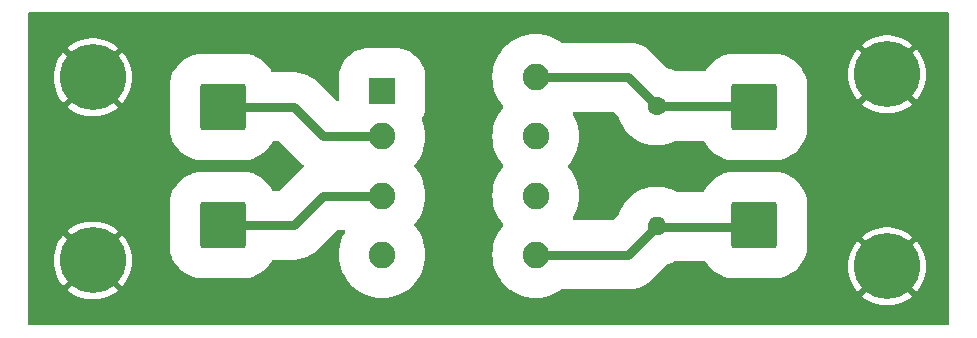
<source format=gbr>
%TF.GenerationSoftware,KiCad,Pcbnew,8.0.6*%
%TF.CreationDate,2025-02-04T11:33:45-08:00*%
%TF.ProjectId,Current_Transformer_test_Board,43757272-656e-4745-9f54-72616e73666f,rev?*%
%TF.SameCoordinates,Original*%
%TF.FileFunction,Copper,L2,Bot*%
%TF.FilePolarity,Positive*%
%FSLAX46Y46*%
G04 Gerber Fmt 4.6, Leading zero omitted, Abs format (unit mm)*
G04 Created by KiCad (PCBNEW 8.0.6) date 2025-02-04 11:33:45*
%MOMM*%
%LPD*%
G01*
G04 APERTURE LIST*
G04 Aperture macros list*
%AMRoundRect*
0 Rectangle with rounded corners*
0 $1 Rounding radius*
0 $2 $3 $4 $5 $6 $7 $8 $9 X,Y pos of 4 corners*
0 Add a 4 corners polygon primitive as box body*
4,1,4,$2,$3,$4,$5,$6,$7,$8,$9,$2,$3,0*
0 Add four circle primitives for the rounded corners*
1,1,$1+$1,$2,$3*
1,1,$1+$1,$4,$5*
1,1,$1+$1,$6,$7*
1,1,$1+$1,$8,$9*
0 Add four rect primitives between the rounded corners*
20,1,$1+$1,$2,$3,$4,$5,0*
20,1,$1+$1,$4,$5,$6,$7,0*
20,1,$1+$1,$6,$7,$8,$9,0*
20,1,$1+$1,$8,$9,$2,$3,0*%
G04 Aperture macros list end*
%TA.AperFunction,ComponentPad*%
%ADD10RoundRect,0.250002X-1.699998X-1.699998X1.699998X-1.699998X1.699998X1.699998X-1.699998X1.699998X0*%
%TD*%
%TA.AperFunction,ComponentPad*%
%ADD11C,3.600000*%
%TD*%
%TA.AperFunction,ConnectorPad*%
%ADD12C,5.600000*%
%TD*%
%TA.AperFunction,ComponentPad*%
%ADD13R,2.250000X2.250000*%
%TD*%
%TA.AperFunction,ComponentPad*%
%ADD14C,2.250000*%
%TD*%
%TA.AperFunction,ComponentPad*%
%ADD15C,1.600000*%
%TD*%
%TA.AperFunction,ComponentPad*%
%ADD16O,1.600000X1.600000*%
%TD*%
%TA.AperFunction,Conductor*%
%ADD17C,0.762000*%
%TD*%
G04 APERTURE END LIST*
D10*
%TO.P,J2,1,Pin_1*%
%TO.N,Net-(J2-Pin_1)*%
X70000000Y-50000000D03*
%TD*%
D11*
%TO.P,H1,1,1*%
%TO.N,GND*%
X59000000Y-37500000D03*
D12*
X59000000Y-37500000D03*
%TD*%
D11*
%TO.P,H2,1,1*%
%TO.N,GND*%
X126250000Y-37250000D03*
D12*
X126250000Y-37250000D03*
%TD*%
D11*
%TO.P,H4,1,1*%
%TO.N,GND*%
X126250000Y-53500000D03*
D12*
X126250000Y-53500000D03*
%TD*%
D10*
%TO.P,J3,1,Pin_1*%
%TO.N,Net-(J3-Pin_1)*%
X115000000Y-40000000D03*
%TD*%
%TO.P,J1,1,Pin_1*%
%TO.N,Net-(J1-Pin_1)*%
X70000000Y-40000000D03*
%TD*%
D13*
%TO.P,T1,1*%
%TO.N,N/C*%
X83500000Y-38690000D03*
D14*
%TO.P,T1,2*%
%TO.N,Net-(J1-Pin_1)*%
X83500000Y-42500000D03*
%TO.P,T1,3*%
%TO.N,Net-(J2-Pin_1)*%
X83500000Y-47500000D03*
%TO.P,T1,4*%
%TO.N,N/C*%
X83500000Y-52500000D03*
%TO.P,T1,5*%
%TO.N,Net-(J4-Pin_1)*%
X96500000Y-52500000D03*
%TO.P,T1,6*%
%TO.N,N/C*%
X96500000Y-47500000D03*
%TO.P,T1,7*%
X96500000Y-42500000D03*
%TO.P,T1,8*%
%TO.N,Net-(J3-Pin_1)*%
X96500000Y-37500000D03*
%TD*%
D11*
%TO.P,H3,1,1*%
%TO.N,GND*%
X59000000Y-53000000D03*
D12*
X59000000Y-53000000D03*
%TD*%
D15*
%TO.P,R1,1*%
%TO.N,Net-(J3-Pin_1)*%
X106750000Y-39920000D03*
D16*
%TO.P,R1,2*%
%TO.N,Net-(J4-Pin_1)*%
X106750000Y-50080000D03*
%TD*%
D10*
%TO.P,J4,1,Pin_1*%
%TO.N,Net-(J4-Pin_1)*%
X115000000Y-50000000D03*
%TD*%
D17*
%TO.N,Net-(J1-Pin_1)*%
X78500000Y-42500000D02*
X83500000Y-42500000D01*
X76000000Y-40000000D02*
X78500000Y-42500000D01*
X70000000Y-40000000D02*
X76000000Y-40000000D01*
%TO.N,Net-(J2-Pin_1)*%
X70000000Y-50000000D02*
X76000000Y-50000000D01*
X78500000Y-47500000D02*
X83500000Y-47500000D01*
X76000000Y-50000000D02*
X78500000Y-47500000D01*
%TO.N,Net-(J3-Pin_1)*%
X114920000Y-39920000D02*
X115000000Y-40000000D01*
X106750000Y-39920000D02*
X114920000Y-39920000D01*
X104330000Y-37500000D02*
X106750000Y-39920000D01*
X96500000Y-37500000D02*
X104330000Y-37500000D01*
%TO.N,Net-(J4-Pin_1)*%
X96500000Y-52500000D02*
X104330000Y-52500000D01*
X114840000Y-50160000D02*
X115000000Y-50000000D01*
X106670000Y-50160000D02*
X114840000Y-50160000D01*
X104330000Y-52500000D02*
X106670000Y-50160000D01*
%TD*%
%TA.AperFunction,Conductor*%
%TO.N,GND*%
G36*
X131442539Y-32020185D02*
G01*
X131488294Y-32072989D01*
X131499500Y-32124500D01*
X131499500Y-58375500D01*
X131479815Y-58442539D01*
X131427011Y-58488294D01*
X131375500Y-58499500D01*
X53624500Y-58499500D01*
X53557461Y-58479815D01*
X53511706Y-58427011D01*
X53500500Y-58375500D01*
X53500500Y-52999997D01*
X55695153Y-52999997D01*
X55695153Y-53000002D01*
X55714526Y-53357314D01*
X55714527Y-53357331D01*
X55772415Y-53710431D01*
X55772421Y-53710457D01*
X55868147Y-54055232D01*
X55868149Y-54055239D01*
X56000597Y-54387659D01*
X56000606Y-54387677D01*
X56168218Y-54703827D01*
X56369024Y-54999994D01*
X56369035Y-55000008D01*
X56496441Y-55150002D01*
X56496442Y-55150002D01*
X57705747Y-53940697D01*
X57779588Y-54042330D01*
X57957670Y-54220412D01*
X58059300Y-54294251D01*
X56847257Y-55506294D01*
X56860495Y-55518836D01*
X57145367Y-55735388D01*
X57145370Y-55735390D01*
X57451990Y-55919876D01*
X57776739Y-56070122D01*
X57776744Y-56070123D01*
X58115855Y-56184383D01*
X58465339Y-56261311D01*
X58821075Y-56299999D01*
X58821085Y-56300000D01*
X59178915Y-56300000D01*
X59178924Y-56299999D01*
X59534660Y-56261311D01*
X59884144Y-56184383D01*
X60223255Y-56070123D01*
X60223260Y-56070122D01*
X60548009Y-55919876D01*
X60854629Y-55735390D01*
X60854632Y-55735388D01*
X61139509Y-55518831D01*
X61152742Y-55506295D01*
X61152742Y-55506294D01*
X59940699Y-54294251D01*
X60042330Y-54220412D01*
X60220412Y-54042330D01*
X60294251Y-53940698D01*
X61503556Y-55150002D01*
X61630972Y-54999998D01*
X61630975Y-54999994D01*
X61831781Y-54703827D01*
X61999393Y-54387677D01*
X61999402Y-54387659D01*
X62131850Y-54055239D01*
X62131852Y-54055232D01*
X62227578Y-53710457D01*
X62227584Y-53710431D01*
X62285472Y-53357331D01*
X62285473Y-53357314D01*
X62304847Y-53000002D01*
X62304847Y-52999997D01*
X62285473Y-52642685D01*
X62285472Y-52642668D01*
X62227584Y-52289568D01*
X62227578Y-52289542D01*
X62131852Y-51944767D01*
X62131850Y-51944760D01*
X61999402Y-51612340D01*
X61999393Y-51612322D01*
X61831781Y-51296172D01*
X61630975Y-51000005D01*
X61630964Y-50999991D01*
X61503556Y-50849996D01*
X60294251Y-52059301D01*
X60220412Y-51957670D01*
X60042330Y-51779588D01*
X59940698Y-51705748D01*
X61152742Y-50493704D01*
X61139504Y-50481163D01*
X60854632Y-50264611D01*
X60854629Y-50264609D01*
X60548009Y-50080123D01*
X60223260Y-49929877D01*
X60223255Y-49929876D01*
X59884144Y-49815616D01*
X59534660Y-49738688D01*
X59178924Y-49700000D01*
X58821075Y-49700000D01*
X58465339Y-49738688D01*
X58115855Y-49815616D01*
X57776744Y-49929876D01*
X57776739Y-49929877D01*
X57451990Y-50080123D01*
X57145370Y-50264609D01*
X57145367Y-50264611D01*
X56860486Y-50481170D01*
X56860485Y-50481171D01*
X56847257Y-50493702D01*
X56847256Y-50493703D01*
X58059301Y-51705748D01*
X57957670Y-51779588D01*
X57779588Y-51957670D01*
X57705748Y-52059301D01*
X56496442Y-50849995D01*
X56496441Y-50849996D01*
X56369033Y-50999992D01*
X56168218Y-51296172D01*
X56000606Y-51612322D01*
X56000597Y-51612340D01*
X55868149Y-51944760D01*
X55868147Y-51944767D01*
X55772421Y-52289542D01*
X55772415Y-52289568D01*
X55714527Y-52642668D01*
X55714526Y-52642685D01*
X55695153Y-52999997D01*
X53500500Y-52999997D01*
X53500500Y-37499997D01*
X55695153Y-37499997D01*
X55695153Y-37500002D01*
X55714526Y-37857314D01*
X55714527Y-37857331D01*
X55772415Y-38210431D01*
X55772421Y-38210457D01*
X55868147Y-38555232D01*
X55868149Y-38555239D01*
X56000597Y-38887659D01*
X56000606Y-38887677D01*
X56168218Y-39203827D01*
X56369024Y-39499994D01*
X56369035Y-39500008D01*
X56496441Y-39650002D01*
X56496442Y-39650002D01*
X57705747Y-38440697D01*
X57779588Y-38542330D01*
X57957670Y-38720412D01*
X58059300Y-38794251D01*
X56847257Y-40006294D01*
X56860495Y-40018836D01*
X57145367Y-40235388D01*
X57145370Y-40235390D01*
X57451990Y-40419876D01*
X57776739Y-40570122D01*
X57776744Y-40570123D01*
X58115855Y-40684383D01*
X58465339Y-40761311D01*
X58821075Y-40799999D01*
X58821085Y-40800000D01*
X59178915Y-40800000D01*
X59178924Y-40799999D01*
X59534660Y-40761311D01*
X59884144Y-40684383D01*
X60223255Y-40570123D01*
X60223260Y-40570122D01*
X60548009Y-40419876D01*
X60854629Y-40235390D01*
X60854632Y-40235388D01*
X61139509Y-40018831D01*
X61152742Y-40006295D01*
X61152742Y-40006294D01*
X59940699Y-38794251D01*
X60042330Y-38720412D01*
X60220412Y-38542330D01*
X60294251Y-38440698D01*
X61503556Y-39650002D01*
X61630972Y-39499998D01*
X61630975Y-39499994D01*
X61831781Y-39203827D01*
X61999393Y-38887677D01*
X61999402Y-38887659D01*
X62131850Y-38555239D01*
X62131852Y-38555232D01*
X62227578Y-38210457D01*
X62227584Y-38210431D01*
X62240572Y-38131208D01*
X65509500Y-38131208D01*
X65509500Y-41868792D01*
X65550192Y-42203919D01*
X65611663Y-42453321D01*
X65630983Y-42531703D01*
X65690622Y-42688956D01*
X65750693Y-42847349D01*
X65750695Y-42847353D01*
X65750696Y-42847355D01*
X65750696Y-42847356D01*
X65907577Y-43146267D01*
X65907582Y-43146275D01*
X66099347Y-43424096D01*
X66099352Y-43424102D01*
X66323211Y-43676786D01*
X66323213Y-43676788D01*
X66575897Y-43900647D01*
X66575903Y-43900652D01*
X66709609Y-43992942D01*
X66853731Y-44092422D01*
X67152651Y-44249307D01*
X67398247Y-44342449D01*
X67468296Y-44369016D01*
X67468298Y-44369016D01*
X67468302Y-44369018D01*
X67796081Y-44449808D01*
X68076428Y-44483848D01*
X68131206Y-44490500D01*
X68131208Y-44490500D01*
X71868794Y-44490500D01*
X71919433Y-44484351D01*
X72203919Y-44449808D01*
X72531698Y-44369018D01*
X72847349Y-44249307D01*
X73146269Y-44092422D01*
X73424099Y-43900650D01*
X73676787Y-43676787D01*
X73900650Y-43424099D01*
X74092422Y-43146269D01*
X74140528Y-43054609D01*
X74175555Y-42987874D01*
X74224140Y-42937661D01*
X74285351Y-42921500D01*
X74738513Y-42921500D01*
X74805552Y-42941185D01*
X74826194Y-42957819D01*
X76550201Y-44681826D01*
X76806751Y-44886417D01*
X76820421Y-44895007D01*
X76866712Y-44947342D01*
X76877359Y-45016395D01*
X76848984Y-45080244D01*
X76820421Y-45104993D01*
X76806751Y-45113582D01*
X76550201Y-45318173D01*
X74826194Y-47042181D01*
X74764871Y-47075666D01*
X74738513Y-47078500D01*
X74285351Y-47078500D01*
X74218312Y-47058815D01*
X74175555Y-47012126D01*
X74093893Y-46856534D01*
X74092422Y-46853731D01*
X73970938Y-46677732D01*
X73900652Y-46575903D01*
X73900647Y-46575897D01*
X73676788Y-46323213D01*
X73676786Y-46323211D01*
X73424102Y-46099352D01*
X73424096Y-46099347D01*
X73146275Y-45907582D01*
X73146267Y-45907577D01*
X72847356Y-45750696D01*
X72847351Y-45750694D01*
X72847349Y-45750693D01*
X72759577Y-45717405D01*
X72531703Y-45630983D01*
X72453321Y-45611663D01*
X72203919Y-45550192D01*
X72002842Y-45525776D01*
X71868794Y-45509500D01*
X71868792Y-45509500D01*
X68131208Y-45509500D01*
X68131206Y-45509500D01*
X67963644Y-45529846D01*
X67796081Y-45550192D01*
X67629812Y-45591173D01*
X67468296Y-45630983D01*
X67219882Y-45725195D01*
X67152651Y-45750693D01*
X67152648Y-45750694D01*
X67152644Y-45750696D01*
X67152643Y-45750696D01*
X66853732Y-45907577D01*
X66853724Y-45907582D01*
X66575903Y-46099347D01*
X66575897Y-46099352D01*
X66323213Y-46323211D01*
X66323211Y-46323213D01*
X66099352Y-46575897D01*
X66099347Y-46575903D01*
X65907582Y-46853724D01*
X65907577Y-46853732D01*
X65750696Y-47152643D01*
X65750696Y-47152644D01*
X65630983Y-47468296D01*
X65630982Y-47468302D01*
X65550192Y-47796081D01*
X65509500Y-48131208D01*
X65509500Y-51868792D01*
X65550192Y-52203919D01*
X65571303Y-52289568D01*
X65630983Y-52531703D01*
X65673067Y-52642668D01*
X65750693Y-52847349D01*
X65750695Y-52847353D01*
X65750696Y-52847355D01*
X65750696Y-52847356D01*
X65907577Y-53146267D01*
X65907582Y-53146275D01*
X66099347Y-53424096D01*
X66099352Y-53424102D01*
X66323211Y-53676786D01*
X66323213Y-53676788D01*
X66575897Y-53900647D01*
X66575903Y-53900652D01*
X66709609Y-53992942D01*
X66853731Y-54092422D01*
X67152651Y-54249307D01*
X67388052Y-54338583D01*
X67468296Y-54369016D01*
X67468298Y-54369016D01*
X67468302Y-54369018D01*
X67796081Y-54449808D01*
X68076428Y-54483848D01*
X68131206Y-54490500D01*
X68131208Y-54490500D01*
X71868794Y-54490500D01*
X71919433Y-54484351D01*
X72203919Y-54449808D01*
X72531698Y-54369018D01*
X72847349Y-54249307D01*
X73146269Y-54092422D01*
X73424099Y-53900650D01*
X73676787Y-53676787D01*
X73900650Y-53424099D01*
X74092422Y-53146269D01*
X74140528Y-53054609D01*
X74175555Y-52987874D01*
X74224140Y-52937661D01*
X74285351Y-52921500D01*
X76164072Y-52921500D01*
X76164072Y-52921499D01*
X76490140Y-52884760D01*
X76810050Y-52811743D01*
X77119771Y-52703367D01*
X77415411Y-52560994D01*
X77693252Y-52386415D01*
X77949799Y-52181826D01*
X79673806Y-50457819D01*
X79735129Y-50424334D01*
X79761487Y-50421500D01*
X80250807Y-50421500D01*
X80317846Y-50441185D01*
X80363601Y-50493989D01*
X80373545Y-50563147D01*
X80354802Y-50613036D01*
X80321227Y-50664735D01*
X80146805Y-51007057D01*
X80009121Y-51365736D01*
X79909679Y-51736857D01*
X79909679Y-51736859D01*
X79849578Y-52116323D01*
X79829470Y-52499999D01*
X79829470Y-52500000D01*
X79849578Y-52883676D01*
X79909679Y-53263140D01*
X79909679Y-53263142D01*
X80009121Y-53634263D01*
X80146805Y-53992942D01*
X80321230Y-54335269D01*
X80530477Y-54657481D01*
X80581438Y-54720412D01*
X80772265Y-54956064D01*
X81043936Y-55227735D01*
X81043940Y-55227738D01*
X81342518Y-55469522D01*
X81418455Y-55518836D01*
X81664735Y-55678772D01*
X82007061Y-55853196D01*
X82365744Y-55990881D01*
X82736854Y-56090320D01*
X83116325Y-56150422D01*
X83478778Y-56169417D01*
X83499999Y-56170530D01*
X83500000Y-56170530D01*
X83500001Y-56170530D01*
X83520109Y-56169476D01*
X83883675Y-56150422D01*
X84263146Y-56090320D01*
X84634256Y-55990881D01*
X84992939Y-55853196D01*
X85335265Y-55678772D01*
X85657483Y-55469521D01*
X85956064Y-55227735D01*
X86227735Y-54956064D01*
X86469521Y-54657483D01*
X86678772Y-54335265D01*
X86853196Y-53992939D01*
X86990881Y-53634256D01*
X87090320Y-53263146D01*
X87150422Y-52883675D01*
X87170530Y-52500000D01*
X87150422Y-52116325D01*
X87090320Y-51736854D01*
X86990881Y-51365744D01*
X86853196Y-51007061D01*
X86678772Y-50664735D01*
X86678769Y-50664730D01*
X86469522Y-50342518D01*
X86354113Y-50200000D01*
X86255347Y-50078034D01*
X86228456Y-50013549D01*
X86240698Y-49944760D01*
X86255345Y-49921967D01*
X86469521Y-49657483D01*
X86678772Y-49335265D01*
X86853196Y-48992939D01*
X86990881Y-48634256D01*
X87090320Y-48263146D01*
X87150422Y-47883675D01*
X87170530Y-47500000D01*
X87150422Y-47116325D01*
X87090320Y-46736854D01*
X86990881Y-46365744D01*
X86853196Y-46007061D01*
X86678772Y-45664735D01*
X86469521Y-45342517D01*
X86449808Y-45318174D01*
X86419307Y-45280508D01*
X86255347Y-45078034D01*
X86228456Y-45013549D01*
X86240698Y-44944760D01*
X86255345Y-44921967D01*
X86469521Y-44657483D01*
X86678772Y-44335265D01*
X86853196Y-43992939D01*
X86990881Y-43634256D01*
X87090320Y-43263146D01*
X87150422Y-42883675D01*
X87170530Y-42500000D01*
X87150422Y-42116325D01*
X87090320Y-41736854D01*
X86990881Y-41365744D01*
X86881897Y-41081832D01*
X86876250Y-41012192D01*
X86890935Y-40974266D01*
X86893076Y-40970646D01*
X86893075Y-40970646D01*
X86893078Y-40970643D01*
X87020034Y-40677265D01*
X87109219Y-40370289D01*
X87109220Y-40370286D01*
X87159226Y-40054557D01*
X87159226Y-40054552D01*
X87165500Y-39921518D01*
X87165500Y-37500000D01*
X92829470Y-37500000D01*
X92849578Y-37883675D01*
X92909680Y-38263146D01*
X92984487Y-38542330D01*
X93009121Y-38634263D01*
X93146805Y-38992942D01*
X93321230Y-39335269D01*
X93530477Y-39657481D01*
X93744651Y-39921964D01*
X93771543Y-39986452D01*
X93759301Y-40055241D01*
X93744651Y-40078036D01*
X93530477Y-40342518D01*
X93321230Y-40664730D01*
X93146805Y-41007057D01*
X93009121Y-41365736D01*
X92909679Y-41736857D01*
X92909679Y-41736859D01*
X92849578Y-42116323D01*
X92829470Y-42499999D01*
X92829470Y-42500000D01*
X92849578Y-42883676D01*
X92909679Y-43263140D01*
X92909679Y-43263142D01*
X93009121Y-43634263D01*
X93146805Y-43992942D01*
X93321230Y-44335269D01*
X93530477Y-44657481D01*
X93744651Y-44921964D01*
X93771543Y-44986452D01*
X93759301Y-45055241D01*
X93744651Y-45078036D01*
X93530477Y-45342518D01*
X93321230Y-45664730D01*
X93146805Y-46007057D01*
X93009121Y-46365736D01*
X92909679Y-46736857D01*
X92909679Y-46736859D01*
X92849578Y-47116323D01*
X92829470Y-47499999D01*
X92829470Y-47500000D01*
X92849578Y-47883676D01*
X92909679Y-48263140D01*
X92909679Y-48263142D01*
X93009121Y-48634263D01*
X93146805Y-48992942D01*
X93321230Y-49335269D01*
X93530477Y-49657481D01*
X93744651Y-49921964D01*
X93771543Y-49986452D01*
X93759301Y-50055241D01*
X93744651Y-50078036D01*
X93530477Y-50342518D01*
X93321230Y-50664730D01*
X93146805Y-51007057D01*
X93009121Y-51365736D01*
X92909679Y-51736857D01*
X92909679Y-51736859D01*
X92849578Y-52116323D01*
X92829470Y-52499999D01*
X92829470Y-52500000D01*
X92849578Y-52883676D01*
X92909679Y-53263140D01*
X92909679Y-53263142D01*
X93009121Y-53634263D01*
X93146805Y-53992942D01*
X93321230Y-54335269D01*
X93530477Y-54657481D01*
X93581438Y-54720412D01*
X93772265Y-54956064D01*
X94043936Y-55227735D01*
X94043940Y-55227738D01*
X94342518Y-55469522D01*
X94418455Y-55518836D01*
X94664735Y-55678772D01*
X95007061Y-55853196D01*
X95365744Y-55990881D01*
X95736854Y-56090320D01*
X96116325Y-56150422D01*
X96478778Y-56169417D01*
X96499999Y-56170530D01*
X96500000Y-56170530D01*
X96500001Y-56170530D01*
X96520109Y-56169476D01*
X96883675Y-56150422D01*
X97263146Y-56090320D01*
X97634256Y-55990881D01*
X97992939Y-55853196D01*
X98335265Y-55678772D01*
X98657483Y-55469521D01*
X98682659Y-55449134D01*
X98747147Y-55422242D01*
X98760695Y-55421500D01*
X104494072Y-55421500D01*
X104494072Y-55421499D01*
X104820140Y-55384760D01*
X105140050Y-55311743D01*
X105449771Y-55203367D01*
X105745411Y-55060994D01*
X106023252Y-54886415D01*
X106279799Y-54681826D01*
X107644302Y-53317321D01*
X107692386Y-53287495D01*
X107988262Y-53187804D01*
X108193261Y-53092960D01*
X108245328Y-53081500D01*
X110798623Y-53081500D01*
X110865662Y-53101185D01*
X110904595Y-53143689D01*
X110905637Y-53143060D01*
X110907571Y-53146260D01*
X111099347Y-53424096D01*
X111099352Y-53424102D01*
X111323211Y-53676786D01*
X111323213Y-53676788D01*
X111575897Y-53900647D01*
X111575903Y-53900652D01*
X111709609Y-53992942D01*
X111853731Y-54092422D01*
X112152651Y-54249307D01*
X112388052Y-54338583D01*
X112468296Y-54369016D01*
X112468298Y-54369016D01*
X112468302Y-54369018D01*
X112796081Y-54449808D01*
X113076428Y-54483848D01*
X113131206Y-54490500D01*
X113131208Y-54490500D01*
X116868794Y-54490500D01*
X116919433Y-54484351D01*
X117203919Y-54449808D01*
X117531698Y-54369018D01*
X117847349Y-54249307D01*
X118146269Y-54092422D01*
X118424099Y-53900650D01*
X118676787Y-53676787D01*
X118833410Y-53499997D01*
X122945153Y-53499997D01*
X122945153Y-53500002D01*
X122964526Y-53857314D01*
X122964527Y-53857331D01*
X123022415Y-54210431D01*
X123022421Y-54210457D01*
X123118147Y-54555232D01*
X123118149Y-54555239D01*
X123250597Y-54887659D01*
X123250606Y-54887677D01*
X123418218Y-55203827D01*
X123619024Y-55499994D01*
X123619035Y-55500008D01*
X123746441Y-55650002D01*
X123746442Y-55650002D01*
X124955747Y-54440697D01*
X125029588Y-54542330D01*
X125207670Y-54720412D01*
X125309300Y-54794251D01*
X124097257Y-56006294D01*
X124110495Y-56018836D01*
X124395367Y-56235388D01*
X124395370Y-56235390D01*
X124701990Y-56419876D01*
X125026739Y-56570122D01*
X125026744Y-56570123D01*
X125365855Y-56684383D01*
X125715339Y-56761311D01*
X126071075Y-56799999D01*
X126071085Y-56800000D01*
X126428915Y-56800000D01*
X126428924Y-56799999D01*
X126784660Y-56761311D01*
X127134144Y-56684383D01*
X127473255Y-56570123D01*
X127473260Y-56570122D01*
X127798009Y-56419876D01*
X128104629Y-56235390D01*
X128104632Y-56235388D01*
X128389509Y-56018831D01*
X128402742Y-56006295D01*
X128402742Y-56006294D01*
X127190699Y-54794251D01*
X127292330Y-54720412D01*
X127470412Y-54542330D01*
X127544251Y-54440698D01*
X128753556Y-55650002D01*
X128880972Y-55499998D01*
X128880975Y-55499994D01*
X129081781Y-55203827D01*
X129249393Y-54887677D01*
X129249402Y-54887659D01*
X129381850Y-54555239D01*
X129381852Y-54555232D01*
X129477578Y-54210457D01*
X129477584Y-54210431D01*
X129535472Y-53857331D01*
X129535473Y-53857314D01*
X129554847Y-53500002D01*
X129554847Y-53499997D01*
X129535473Y-53142685D01*
X129535472Y-53142668D01*
X129477584Y-52789568D01*
X129477578Y-52789542D01*
X129381852Y-52444767D01*
X129381850Y-52444760D01*
X129249402Y-52112340D01*
X129249393Y-52112322D01*
X129081781Y-51796172D01*
X128880975Y-51500005D01*
X128880964Y-51499991D01*
X128753556Y-51349996D01*
X127544251Y-52559301D01*
X127470412Y-52457670D01*
X127292330Y-52279588D01*
X127190698Y-52205748D01*
X128402742Y-50993704D01*
X128389504Y-50981163D01*
X128104632Y-50764611D01*
X128104629Y-50764609D01*
X127798009Y-50580123D01*
X127473260Y-50429877D01*
X127473255Y-50429876D01*
X127134144Y-50315616D01*
X126784660Y-50238688D01*
X126428924Y-50200000D01*
X126071075Y-50200000D01*
X125715339Y-50238688D01*
X125365855Y-50315616D01*
X125026744Y-50429876D01*
X125026739Y-50429877D01*
X124701990Y-50580123D01*
X124395370Y-50764609D01*
X124395367Y-50764611D01*
X124110486Y-50981170D01*
X124110485Y-50981171D01*
X124097257Y-50993702D01*
X124097256Y-50993703D01*
X125309301Y-52205748D01*
X125207670Y-52279588D01*
X125029588Y-52457670D01*
X124955748Y-52559301D01*
X123746442Y-51349995D01*
X123746441Y-51349996D01*
X123619033Y-51499992D01*
X123418218Y-51796172D01*
X123250606Y-52112322D01*
X123250597Y-52112340D01*
X123118149Y-52444760D01*
X123118147Y-52444767D01*
X123022421Y-52789542D01*
X123022415Y-52789568D01*
X122964527Y-53142668D01*
X122964526Y-53142685D01*
X122945153Y-53499997D01*
X118833410Y-53499997D01*
X118900650Y-53424099D01*
X119092422Y-53146269D01*
X119249307Y-52847349D01*
X119369018Y-52531698D01*
X119449808Y-52203919D01*
X119490500Y-51868792D01*
X119490500Y-48131208D01*
X119449808Y-47796081D01*
X119369018Y-47468302D01*
X119249307Y-47152651D01*
X119092422Y-46853731D01*
X119011748Y-46736854D01*
X118900652Y-46575903D01*
X118900647Y-46575897D01*
X118676788Y-46323213D01*
X118676786Y-46323211D01*
X118424102Y-46099352D01*
X118424096Y-46099347D01*
X118146275Y-45907582D01*
X118146267Y-45907577D01*
X117847356Y-45750696D01*
X117847351Y-45750694D01*
X117847349Y-45750693D01*
X117759577Y-45717405D01*
X117531703Y-45630983D01*
X117453321Y-45611663D01*
X117203919Y-45550192D01*
X117002842Y-45525776D01*
X116868794Y-45509500D01*
X116868792Y-45509500D01*
X113131208Y-45509500D01*
X113131206Y-45509500D01*
X112963644Y-45529846D01*
X112796081Y-45550192D01*
X112629812Y-45591173D01*
X112468296Y-45630983D01*
X112219882Y-45725195D01*
X112152651Y-45750693D01*
X112152648Y-45750694D01*
X112152644Y-45750696D01*
X112152643Y-45750696D01*
X111853732Y-45907577D01*
X111853724Y-45907582D01*
X111575903Y-46099347D01*
X111575897Y-46099352D01*
X111323213Y-46323211D01*
X111323211Y-46323213D01*
X111099352Y-46575897D01*
X111099347Y-46575903D01*
X110907582Y-46853724D01*
X110907577Y-46853732D01*
X110750696Y-47152643D01*
X110748485Y-47158474D01*
X110706306Y-47214175D01*
X110640708Y-47238231D01*
X110632544Y-47238500D01*
X108541256Y-47238500D01*
X108477329Y-47220750D01*
X108317016Y-47124294D01*
X108317015Y-47124293D01*
X108317011Y-47124291D01*
X108317007Y-47124289D01*
X107988272Y-46972200D01*
X107988267Y-46972198D01*
X107988262Y-46972196D01*
X107820938Y-46915817D01*
X107644990Y-46856533D01*
X107291224Y-46778664D01*
X106931118Y-46739500D01*
X106931117Y-46739500D01*
X106568883Y-46739500D01*
X106568881Y-46739500D01*
X106208775Y-46778664D01*
X105855009Y-46856533D01*
X105589650Y-46945944D01*
X105511738Y-46972196D01*
X105511735Y-46972197D01*
X105511727Y-46972200D01*
X105182992Y-47124289D01*
X104872608Y-47311039D01*
X104872605Y-47311041D01*
X104584239Y-47530250D01*
X104584230Y-47530258D01*
X104321247Y-47779368D01*
X104321242Y-47779374D01*
X104086751Y-48055438D01*
X104086743Y-48055448D01*
X103883469Y-48355254D01*
X103883468Y-48355257D01*
X103713796Y-48675291D01*
X103713787Y-48675309D01*
X103579720Y-49011792D01*
X103579714Y-49011810D01*
X103547372Y-49128294D01*
X103515573Y-49182800D01*
X103156194Y-49542181D01*
X103094871Y-49575666D01*
X103068513Y-49578500D01*
X99749193Y-49578500D01*
X99682154Y-49558815D01*
X99636399Y-49506011D01*
X99626455Y-49436853D01*
X99645198Y-49386964D01*
X99678769Y-49335269D01*
X99678772Y-49335265D01*
X99853196Y-48992939D01*
X99990881Y-48634256D01*
X100090320Y-48263146D01*
X100150422Y-47883675D01*
X100170530Y-47500000D01*
X100150422Y-47116325D01*
X100090320Y-46736854D01*
X99990881Y-46365744D01*
X99853196Y-46007061D01*
X99678772Y-45664735D01*
X99469521Y-45342517D01*
X99449808Y-45318174D01*
X99419307Y-45280508D01*
X99255347Y-45078034D01*
X99228456Y-45013549D01*
X99240698Y-44944760D01*
X99255345Y-44921967D01*
X99469521Y-44657483D01*
X99678772Y-44335265D01*
X99853196Y-43992939D01*
X99990881Y-43634256D01*
X100090320Y-43263146D01*
X100150422Y-42883675D01*
X100170530Y-42500000D01*
X100150422Y-42116325D01*
X100090320Y-41736854D01*
X99990881Y-41365744D01*
X99853196Y-41007061D01*
X99678772Y-40664735D01*
X99645197Y-40613035D01*
X99625194Y-40546091D01*
X99644559Y-40478958D01*
X99697145Y-40432952D01*
X99749193Y-40421500D01*
X103068513Y-40421500D01*
X103135552Y-40441185D01*
X103156194Y-40457819D01*
X103515573Y-40817198D01*
X103547372Y-40871706D01*
X103579711Y-40988182D01*
X103579713Y-40988189D01*
X103713787Y-41324690D01*
X103713796Y-41324708D01*
X103883468Y-41644742D01*
X103883469Y-41644745D01*
X104086743Y-41944551D01*
X104086751Y-41944561D01*
X104307052Y-42203919D01*
X104321250Y-42220634D01*
X104584230Y-42469742D01*
X104872601Y-42688956D01*
X105182984Y-42875706D01*
X105182989Y-42875708D01*
X105182992Y-42875710D01*
X105316897Y-42937661D01*
X105511738Y-43027804D01*
X105855009Y-43143466D01*
X106208774Y-43221335D01*
X106568883Y-43260500D01*
X106568888Y-43260500D01*
X106931112Y-43260500D01*
X106931117Y-43260500D01*
X107291226Y-43221335D01*
X107644991Y-43143466D01*
X107988262Y-43027804D01*
X108317016Y-42875706D01*
X108344368Y-42859248D01*
X108408295Y-42841500D01*
X110672663Y-42841500D01*
X110739702Y-42861185D01*
X110782457Y-42907871D01*
X110907578Y-43146269D01*
X110907581Y-43146273D01*
X110907583Y-43146277D01*
X111099347Y-43424096D01*
X111099352Y-43424102D01*
X111323211Y-43676786D01*
X111323213Y-43676788D01*
X111575897Y-43900647D01*
X111575903Y-43900652D01*
X111709609Y-43992942D01*
X111853731Y-44092422D01*
X112152651Y-44249307D01*
X112398247Y-44342449D01*
X112468296Y-44369016D01*
X112468298Y-44369016D01*
X112468302Y-44369018D01*
X112796081Y-44449808D01*
X113076428Y-44483848D01*
X113131206Y-44490500D01*
X113131208Y-44490500D01*
X116868794Y-44490500D01*
X116919433Y-44484351D01*
X117203919Y-44449808D01*
X117531698Y-44369018D01*
X117847349Y-44249307D01*
X118146269Y-44092422D01*
X118424099Y-43900650D01*
X118676787Y-43676787D01*
X118900650Y-43424099D01*
X119092422Y-43146269D01*
X119249307Y-42847349D01*
X119369018Y-42531698D01*
X119449808Y-42203919D01*
X119490500Y-41868792D01*
X119490500Y-38131208D01*
X119488433Y-38114187D01*
X119469767Y-37960457D01*
X119449808Y-37796081D01*
X119369018Y-37468302D01*
X119365293Y-37458481D01*
X119314838Y-37325442D01*
X119286225Y-37249997D01*
X122945153Y-37249997D01*
X122945153Y-37250002D01*
X122964526Y-37607314D01*
X122964527Y-37607331D01*
X123022415Y-37960431D01*
X123022421Y-37960457D01*
X123118147Y-38305232D01*
X123118149Y-38305239D01*
X123250597Y-38637659D01*
X123250606Y-38637677D01*
X123418218Y-38953827D01*
X123619024Y-39249994D01*
X123619035Y-39250008D01*
X123746441Y-39400002D01*
X123746442Y-39400002D01*
X124955747Y-38190697D01*
X125029588Y-38292330D01*
X125207670Y-38470412D01*
X125309300Y-38544251D01*
X124097257Y-39756294D01*
X124110495Y-39768836D01*
X124395367Y-39985388D01*
X124395370Y-39985390D01*
X124701990Y-40169876D01*
X125026739Y-40320122D01*
X125026744Y-40320123D01*
X125365855Y-40434383D01*
X125715339Y-40511311D01*
X126071075Y-40549999D01*
X126071085Y-40550000D01*
X126428915Y-40550000D01*
X126428924Y-40549999D01*
X126784660Y-40511311D01*
X127134144Y-40434383D01*
X127473255Y-40320123D01*
X127473260Y-40320122D01*
X127798009Y-40169876D01*
X128104629Y-39985390D01*
X128104632Y-39985388D01*
X128389509Y-39768831D01*
X128402742Y-39756295D01*
X128402742Y-39756294D01*
X127190699Y-38544251D01*
X127292330Y-38470412D01*
X127470412Y-38292330D01*
X127544251Y-38190698D01*
X128753556Y-39400002D01*
X128880972Y-39249998D01*
X128880975Y-39249994D01*
X129081781Y-38953827D01*
X129249393Y-38637677D01*
X129249402Y-38637659D01*
X129381850Y-38305239D01*
X129381852Y-38305232D01*
X129477578Y-37960457D01*
X129477584Y-37960431D01*
X129535472Y-37607331D01*
X129535473Y-37607314D01*
X129554847Y-37250002D01*
X129554847Y-37249997D01*
X129535473Y-36892685D01*
X129535472Y-36892668D01*
X129477584Y-36539568D01*
X129477578Y-36539542D01*
X129381852Y-36194767D01*
X129381850Y-36194760D01*
X129249402Y-35862340D01*
X129249393Y-35862322D01*
X129081781Y-35546172D01*
X128880975Y-35250005D01*
X128880964Y-35249991D01*
X128753556Y-35099996D01*
X127544251Y-36309301D01*
X127470412Y-36207670D01*
X127292330Y-36029588D01*
X127190698Y-35955748D01*
X128402742Y-34743704D01*
X128389504Y-34731163D01*
X128104632Y-34514611D01*
X128104629Y-34514609D01*
X127798009Y-34330123D01*
X127473260Y-34179877D01*
X127473255Y-34179876D01*
X127134144Y-34065616D01*
X126784660Y-33988688D01*
X126428924Y-33950000D01*
X126071075Y-33950000D01*
X125715339Y-33988688D01*
X125365855Y-34065616D01*
X125026744Y-34179876D01*
X125026739Y-34179877D01*
X124701990Y-34330123D01*
X124395370Y-34514609D01*
X124395367Y-34514611D01*
X124110486Y-34731170D01*
X124110485Y-34731171D01*
X124097257Y-34743702D01*
X124097256Y-34743703D01*
X125309301Y-35955748D01*
X125207670Y-36029588D01*
X125029588Y-36207670D01*
X124955748Y-36309301D01*
X123746442Y-35099995D01*
X123746441Y-35099996D01*
X123619033Y-35249992D01*
X123418218Y-35546172D01*
X123250606Y-35862322D01*
X123250597Y-35862340D01*
X123118149Y-36194760D01*
X123118147Y-36194767D01*
X123022421Y-36539542D01*
X123022415Y-36539568D01*
X122964527Y-36892668D01*
X122964526Y-36892685D01*
X122945153Y-37249997D01*
X119286225Y-37249997D01*
X119249307Y-37152651D01*
X119246050Y-37146446D01*
X119175554Y-37012126D01*
X119092422Y-36853731D01*
X119011748Y-36736854D01*
X118900652Y-36575903D01*
X118900647Y-36575897D01*
X118676788Y-36323213D01*
X118676786Y-36323211D01*
X118424102Y-36099352D01*
X118424096Y-36099347D01*
X118146275Y-35907582D01*
X118146267Y-35907577D01*
X117847356Y-35750696D01*
X117847351Y-35750694D01*
X117847349Y-35750693D01*
X117759577Y-35717405D01*
X117531703Y-35630983D01*
X117453321Y-35611663D01*
X117203919Y-35550192D01*
X117002842Y-35525776D01*
X116868794Y-35509500D01*
X116868792Y-35509500D01*
X113131208Y-35509500D01*
X113131206Y-35509500D01*
X112963644Y-35529846D01*
X112796081Y-35550192D01*
X112629812Y-35591173D01*
X112468296Y-35630983D01*
X112219882Y-35725195D01*
X112152651Y-35750693D01*
X112152648Y-35750694D01*
X112152644Y-35750696D01*
X112152643Y-35750696D01*
X111853732Y-35907577D01*
X111853724Y-35907582D01*
X111575903Y-36099347D01*
X111575897Y-36099352D01*
X111323213Y-36323211D01*
X111323211Y-36323213D01*
X111099352Y-36575897D01*
X111099347Y-36575903D01*
X110907582Y-36853724D01*
X110907578Y-36853730D01*
X110907578Y-36853731D01*
X110907577Y-36853733D01*
X110866433Y-36932126D01*
X110817849Y-36982338D01*
X110756637Y-36998500D01*
X108408295Y-36998500D01*
X108344368Y-36980751D01*
X108317016Y-36964294D01*
X108317013Y-36964292D01*
X108317007Y-36964289D01*
X107988272Y-36812200D01*
X107988267Y-36812198D01*
X107988262Y-36812196D01*
X107800774Y-36749023D01*
X107692387Y-36712503D01*
X107644300Y-36682675D01*
X106279798Y-35318173D01*
X106194300Y-35249991D01*
X106023252Y-35113585D01*
X105745411Y-34939006D01*
X105745408Y-34939004D01*
X105449774Y-34796634D01*
X105140061Y-34688260D01*
X105140049Y-34688256D01*
X104820143Y-34615240D01*
X104820127Y-34615238D01*
X104494072Y-34578500D01*
X104494068Y-34578500D01*
X98760695Y-34578500D01*
X98693656Y-34558815D01*
X98682659Y-34550866D01*
X98657481Y-34530477D01*
X98335269Y-34321230D01*
X97992942Y-34146805D01*
X97634263Y-34009121D01*
X97634256Y-34009119D01*
X97263146Y-33909680D01*
X97263142Y-33909679D01*
X97263141Y-33909679D01*
X96883676Y-33849578D01*
X96500001Y-33829470D01*
X96499999Y-33829470D01*
X96116323Y-33849578D01*
X95736859Y-33909679D01*
X95736857Y-33909679D01*
X95365736Y-34009121D01*
X95007057Y-34146805D01*
X94664730Y-34321230D01*
X94342518Y-34530477D01*
X94043940Y-34772261D01*
X94043932Y-34772268D01*
X93772268Y-35043932D01*
X93772261Y-35043940D01*
X93530477Y-35342518D01*
X93321230Y-35664730D01*
X93146805Y-36007057D01*
X93009121Y-36365736D01*
X92909679Y-36736857D01*
X92909679Y-36736859D01*
X92849578Y-37116323D01*
X92847674Y-37152651D01*
X92829470Y-37500000D01*
X87165500Y-37500000D01*
X87165500Y-37458481D01*
X87159226Y-37325447D01*
X87159226Y-37325442D01*
X87109220Y-37009713D01*
X87109218Y-37009705D01*
X87029947Y-36736857D01*
X87020034Y-36702735D01*
X86893078Y-36409357D01*
X86893077Y-36409355D01*
X86893075Y-36409351D01*
X86730351Y-36134201D01*
X86730346Y-36134194D01*
X86534426Y-35881615D01*
X86308384Y-35655573D01*
X86055805Y-35459653D01*
X86055798Y-35459648D01*
X85780648Y-35296924D01*
X85780644Y-35296922D01*
X85487260Y-35169964D01*
X85180294Y-35080781D01*
X85180286Y-35080779D01*
X84864554Y-35030773D01*
X84731518Y-35024500D01*
X84731514Y-35024500D01*
X82268486Y-35024500D01*
X82268482Y-35024500D01*
X82135447Y-35030773D01*
X82135442Y-35030773D01*
X81819713Y-35080779D01*
X81819705Y-35080781D01*
X81512739Y-35169964D01*
X81219355Y-35296922D01*
X81219351Y-35296924D01*
X80944201Y-35459648D01*
X80944194Y-35459653D01*
X80691615Y-35655573D01*
X80691615Y-35655574D01*
X80465574Y-35881615D01*
X80465573Y-35881615D01*
X80269653Y-36134194D01*
X80269648Y-36134201D01*
X80106924Y-36409351D01*
X80106922Y-36409355D01*
X79979964Y-36702739D01*
X79890781Y-37009705D01*
X79890779Y-37009713D01*
X79840773Y-37325442D01*
X79840773Y-37325447D01*
X79834500Y-37458481D01*
X79834500Y-39403513D01*
X79814815Y-39470552D01*
X79762011Y-39516307D01*
X79692853Y-39526251D01*
X79629297Y-39497226D01*
X79622819Y-39491194D01*
X77949798Y-37818173D01*
X77708723Y-37625923D01*
X77693252Y-37613585D01*
X77415411Y-37439006D01*
X77415408Y-37439004D01*
X77119774Y-37296634D01*
X76810061Y-37188260D01*
X76810049Y-37188256D01*
X76490143Y-37115240D01*
X76490127Y-37115238D01*
X76164072Y-37078500D01*
X76164068Y-37078500D01*
X74285351Y-37078500D01*
X74218312Y-37058815D01*
X74175555Y-37012126D01*
X74127159Y-36919916D01*
X74092422Y-36853731D01*
X73942004Y-36635813D01*
X73900652Y-36575903D01*
X73900647Y-36575897D01*
X73676788Y-36323213D01*
X73676786Y-36323211D01*
X73424102Y-36099352D01*
X73424096Y-36099347D01*
X73146275Y-35907582D01*
X73146267Y-35907577D01*
X72847356Y-35750696D01*
X72847351Y-35750694D01*
X72847349Y-35750693D01*
X72759577Y-35717405D01*
X72531703Y-35630983D01*
X72453321Y-35611663D01*
X72203919Y-35550192D01*
X72002842Y-35525776D01*
X71868794Y-35509500D01*
X71868792Y-35509500D01*
X68131208Y-35509500D01*
X68131206Y-35509500D01*
X67963644Y-35529846D01*
X67796081Y-35550192D01*
X67629812Y-35591173D01*
X67468296Y-35630983D01*
X67219882Y-35725195D01*
X67152651Y-35750693D01*
X67152648Y-35750694D01*
X67152644Y-35750696D01*
X67152643Y-35750696D01*
X66853732Y-35907577D01*
X66853724Y-35907582D01*
X66575903Y-36099347D01*
X66575897Y-36099352D01*
X66323213Y-36323211D01*
X66323211Y-36323213D01*
X66099352Y-36575897D01*
X66099347Y-36575903D01*
X65907582Y-36853724D01*
X65907577Y-36853732D01*
X65750696Y-37152643D01*
X65750696Y-37152644D01*
X65750694Y-37152648D01*
X65750693Y-37152651D01*
X65737188Y-37188260D01*
X65630983Y-37468296D01*
X65595173Y-37613584D01*
X65550192Y-37796081D01*
X65540650Y-37874668D01*
X65511567Y-38114187D01*
X65509500Y-38131208D01*
X62240572Y-38131208D01*
X62285472Y-37857331D01*
X62285473Y-37857314D01*
X62304847Y-37500002D01*
X62304847Y-37499997D01*
X62285473Y-37142685D01*
X62285472Y-37142668D01*
X62227584Y-36789568D01*
X62227578Y-36789542D01*
X62131852Y-36444767D01*
X62131850Y-36444760D01*
X61999402Y-36112340D01*
X61999393Y-36112322D01*
X61831781Y-35796172D01*
X61630975Y-35500005D01*
X61630964Y-35499991D01*
X61503556Y-35349996D01*
X60294251Y-36559301D01*
X60220412Y-36457670D01*
X60042330Y-36279588D01*
X59940698Y-36205748D01*
X61152742Y-34993704D01*
X61139504Y-34981163D01*
X60854632Y-34764611D01*
X60854629Y-34764609D01*
X60548009Y-34580123D01*
X60223260Y-34429877D01*
X60223255Y-34429876D01*
X59884144Y-34315616D01*
X59534660Y-34238688D01*
X59178924Y-34200000D01*
X58821075Y-34200000D01*
X58465339Y-34238688D01*
X58115855Y-34315616D01*
X57776744Y-34429876D01*
X57776739Y-34429877D01*
X57451990Y-34580123D01*
X57145370Y-34764609D01*
X57145367Y-34764611D01*
X56860486Y-34981170D01*
X56860485Y-34981171D01*
X56847257Y-34993702D01*
X56847256Y-34993703D01*
X58059301Y-36205748D01*
X57957670Y-36279588D01*
X57779588Y-36457670D01*
X57705748Y-36559301D01*
X56496442Y-35349995D01*
X56496441Y-35349996D01*
X56369033Y-35499992D01*
X56168218Y-35796172D01*
X56000606Y-36112322D01*
X56000597Y-36112340D01*
X55868149Y-36444760D01*
X55868147Y-36444767D01*
X55772421Y-36789542D01*
X55772415Y-36789568D01*
X55714527Y-37142668D01*
X55714526Y-37142685D01*
X55695153Y-37499997D01*
X53500500Y-37499997D01*
X53500500Y-32124500D01*
X53520185Y-32057461D01*
X53572989Y-32011706D01*
X53624500Y-32000500D01*
X131375500Y-32000500D01*
X131442539Y-32020185D01*
G37*
%TD.AperFunction*%
%TD*%
M02*

</source>
